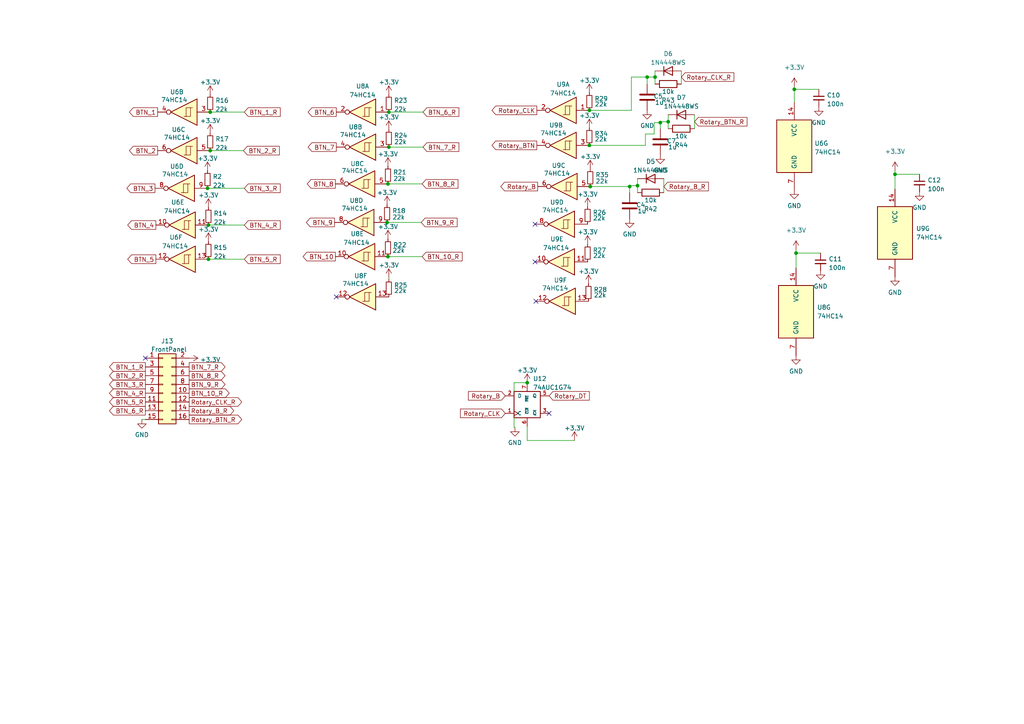
<source format=kicad_sch>
(kicad_sch (version 20211123) (generator eeschema)
  (paper "A4")
  (lib_symbols
    (symbol "74xGxx:74AUC1G74" (pin_names (offset 1.016))
      (property "Reference" "U" (at -2.54 5.08 0))
      (property "Value" "74AUC1G74" (at 5.08 -5.08 0))
      (symbol "74AUC1G74_0_1"
        (rectangle (start -3.81 3.81) (end 3.81 -3.81) (stroke (width 0.254)))
      )
      (symbol "74AUC1G74_1_1"
        (pin input clock (at -6.35 -2.54 0) (length 2.54) (name "C") (number "1"))
        (pin input line (at -6.35 2.54 0) (length 2.54) (name "D") (number "2"))
        (pin output line (at 6.35 -2.54 180) (length 2.54) (name "~{Q}") (number "3"))
        (pin power_in line (at -3.81 -3.81 270) (length 0) hide (name "GND") (number "4"))
        (pin output line (at 6.35 2.54 180) (length 2.54) (name "Q") (number "5"))
        (pin input line (at 0 -6.35 90) (length 2.54) (name "~{CLR}") (number "6"))
        (pin input line (at 0 6.35 270) (length 2.54) (name "~{PRE}") (number "7"))
        (pin power_in line (at -3.81 3.81 90) (length 0) hide (name "VCC") (number "8"))
      )
    )
    (symbol "74xx:74HC14" (pin_names (offset 1.016))
      (property "Reference" "U" (at 0 1.27 0))
      (property "Value" "74HC14" (at 0 -1.27 0))
      (symbol "74HC14_1_0"
        (polyline (pts (xy -3.81 3.81) (xy -3.81 -3.81) (xy 3.81 0) (xy -3.81 3.81)) (stroke (width 0.254)) (fill (type background)))
        (pin input line (at -7.62 0 0) (length 3.81) (name "~") (number "1"))
        (pin output inverted (at 7.62 0 180) (length 3.81) (name "~") (number "2"))
      )
      (symbol "74HC14_1_1"
        (polyline (pts (xy -1.905 -1.27) (xy -1.905 1.27) (xy -0.635 1.27)))
        (polyline (pts (xy -2.54 -1.27) (xy -0.635 -1.27) (xy -0.635 1.27) (xy 0 1.27)))
      )
      (symbol "74HC14_2_0"
        (polyline (pts (xy -3.81 3.81) (xy -3.81 -3.81) (xy 3.81 0) (xy -3.81 3.81)) (stroke (width 0.254)) (fill (type background)))
        (pin input line (at -7.62 0 0) (length 3.81) (name "~") (number "3"))
        (pin output inverted (at 7.62 0 180) (length 3.81) (name "~") (number "4"))
      )
      (symbol "74HC14_2_1"
        (polyline (pts (xy -1.905 -1.27) (xy -1.905 1.27) (xy -0.635 1.27)))
        (polyline (pts (xy -2.54 -1.27) (xy -0.635 -1.27) (xy -0.635 1.27) (xy 0 1.27)))
      )
      (symbol "74HC14_3_0"
        (polyline (pts (xy -3.81 3.81) (xy -3.81 -3.81) (xy 3.81 0) (xy -3.81 3.81)) (stroke (width 0.254)) (fill (type background)))
        (pin input line (at -7.62 0 0) (length 3.81) (name "~") (number "5"))
        (pin output inverted (at 7.62 0 180) (length 3.81) (name "~") (number "6"))
      )
      (symbol "74HC14_3_1"
        (polyline (pts (xy -1.905 -1.27) (xy -1.905 1.27) (xy -0.635 1.27)))
        (polyline (pts (xy -2.54 -1.27) (xy -0.635 -1.27) (xy -0.635 1.27) (xy 0 1.27)))
      )
      (symbol "74HC14_4_0"
        (polyline (pts (xy -3.81 3.81) (xy -3.81 -3.81) (xy 3.81 0) (xy -3.81 3.81)) (stroke (width 0.254)) (fill (type background)))
        (pin output inverted (at 7.62 0 180) (length 3.81) (name "~") (number "8"))
        (pin input line (at -7.62 0 0) (length 3.81) (name "~") (number "9"))
      )
      (symbol "74HC14_4_1"
        (polyline (pts (xy -1.905 -1.27) (xy -1.905 1.27) (xy -0.635 1.27)))
        (polyline (pts (xy -2.54 -1.27) (xy -0.635 -1.27) (xy -0.635 1.27) (xy 0 1.27)))
      )
      (symbol "74HC14_5_0"
        (polyline (pts (xy -3.81 3.81) (xy -3.81 -3.81) (xy 3.81 0) (xy -3.81 3.81)) (stroke (width 0.254)) (fill (type background)))
        (pin output inverted (at 7.62 0 180) (length 3.81) (name "~") (number "10"))
        (pin input line (at -7.62 0 0) (length 3.81) (name "~") (number "11"))
      )
      (symbol "74HC14_5_1"
        (polyline (pts (xy -1.905 -1.27) (xy -1.905 1.27) (xy -0.635 1.27)))
        (polyline (pts (xy -2.54 -1.27) (xy -0.635 -1.27) (xy -0.635 1.27) (xy 0 1.27)))
      )
      (symbol "74HC14_6_0"
        (polyline (pts (xy -3.81 3.81) (xy -3.81 -3.81) (xy 3.81 0) (xy -3.81 3.81)) (stroke (width 0.254)) (fill (type background)))
        (pin output inverted (at 7.62 0 180) (length 3.81) (name "~") (number "12"))
        (pin input line (at -7.62 0 0) (length 3.81) (name "~") (number "13"))
      )
      (symbol "74HC14_6_1"
        (polyline (pts (xy -1.905 -1.27) (xy -1.905 1.27) (xy -0.635 1.27)))
        (polyline (pts (xy -2.54 -1.27) (xy -0.635 -1.27) (xy -0.635 1.27) (xy 0 1.27)))
      )
      (symbol "74HC14_7_0"
        (pin power_in line (at 0 12.7 270) (length 5.08) (name "VCC") (number "14"))
        (pin power_in line (at 0 -12.7 90) (length 5.08) (name "GND") (number "7"))
      )
      (symbol "74HC14_7_1"
        (rectangle (start -5.08 7.62) (end 5.08 -7.62) (stroke (width 0.254)) (fill (type background)))
      )
    )
    (symbol "Connector_Generic:Conn_02x08_Odd_Even" (pin_names (offset 1.016) hide)
      (property "Reference" "J" (at 1.27 10.16 0))
      (property "Value" "Conn_02x08_Odd_Even" (at 1.27 -12.7 0))
      (symbol "Conn_02x08_Odd_Even_1_1"
        (rectangle (start -1.27 -10.033) (end 0 -10.287) (stroke (width 0.1524)))
        (rectangle (start -1.27 -7.493) (end 0 -7.747) (stroke (width 0.1524)))
        (rectangle (start -1.27 -4.953) (end 0 -5.207) (stroke (width 0.1524)))
        (rectangle (start -1.27 -2.413) (end 0 -2.667) (stroke (width 0.1524)))
        (rectangle (start -1.27 0.127) (end 0 -0.127) (stroke (width 0.1524)))
        (rectangle (start -1.27 2.667) (end 0 2.413) (stroke (width 0.1524)))
        (rectangle (start -1.27 5.207) (end 0 4.953) (stroke (width 0.1524)))
        (rectangle (start -1.27 7.747) (end 0 7.493) (stroke (width 0.1524)))
        (rectangle (start -1.27 8.89) (end 3.81 -11.43) (stroke (width 0.254)) (fill (type background)))
        (rectangle (start 3.81 -10.033) (end 2.54 -10.287) (stroke (width 0.1524)))
        (rectangle (start 3.81 -7.493) (end 2.54 -7.747) (stroke (width 0.1524)))
        (rectangle (start 3.81 -4.953) (end 2.54 -5.207) (stroke (width 0.1524)))
        (rectangle (start 3.81 -2.413) (end 2.54 -2.667) (stroke (width 0.1524)))
        (rectangle (start 3.81 0.127) (end 2.54 -0.127) (stroke (width 0.1524)))
        (rectangle (start 3.81 2.667) (end 2.54 2.413) (stroke (width 0.1524)))
        (rectangle (start 3.81 5.207) (end 2.54 4.953) (stroke (width 0.1524)))
        (rectangle (start 3.81 7.747) (end 2.54 7.493) (stroke (width 0.1524)))
        (pin passive line (at -5.08 7.62 0) (length 3.81) (name "Pin_1") (number "1"))
        (pin passive line (at 7.62 -2.54 180) (length 3.81) (name "Pin_10") (number "10"))
        (pin passive line (at -5.08 -5.08 0) (length 3.81) (name "Pin_11") (number "11"))
        (pin passive line (at 7.62 -5.08 180) (length 3.81) (name "Pin_12") (number "12"))
        (pin passive line (at -5.08 -7.62 0) (length 3.81) (name "Pin_13") (number "13"))
        (pin passive line (at 7.62 -7.62 180) (length 3.81) (name "Pin_14") (number "14"))
        (pin passive line (at -5.08 -10.16 0) (length 3.81) (name "Pin_15") (number "15"))
        (pin passive line (at 7.62 -10.16 180) (length 3.81) (name "Pin_16") (number "16"))
        (pin passive line (at 7.62 7.62 180) (length 3.81) (name "Pin_2") (number "2"))
        (pin passive line (at -5.08 5.08 0) (length 3.81) (name "Pin_3") (number "3"))
        (pin passive line (at 7.62 5.08 180) (length 3.81) (name "Pin_4") (number "4"))
        (pin passive line (at -5.08 2.54 0) (length 3.81) (name "Pin_5") (number "5"))
        (pin passive line (at 7.62 2.54 180) (length 3.81) (name "Pin_6") (number "6"))
        (pin passive line (at -5.08 0 0) (length 3.81) (name "Pin_7") (number "7"))
        (pin passive line (at 7.62 0 180) (length 3.81) (name "Pin_8") (number "8"))
        (pin passive line (at -5.08 -2.54 0) (length 3.81) (name "Pin_9") (number "9"))
      )
    )
    (symbol "Device:C" (pin_numbers hide) (pin_names (offset 0.254))
      (property "Reference" "C" (at 0.635 2.54 0))
      (property "Value" "C" (at 0.635 -2.54 0))
      (symbol "C_0_1"
        (polyline (pts (xy -2.032 -0.762) (xy 2.032 -0.762)) (stroke (width 0.508)))
        (polyline (pts (xy -2.032 0.762) (xy 2.032 0.762)) (stroke (width 0.508)))
      )
      (symbol "C_1_1"
        (pin passive line (at 0 3.81 270) (length 2.794) (name "~") (number "1"))
        (pin passive line (at 0 -3.81 90) (length 2.794) (name "~") (number "2"))
      )
    )
    (symbol "Device:C_Small" (pin_numbers hide) (pin_names (offset 0.254) hide)
      (property "Reference" "C" (at 0.254 1.778 0))
      (property "Value" "C_Small" (at 0.254 -2.032 0))
      (symbol "C_Small_0_1"
        (polyline (pts (xy -1.524 -0.508) (xy 1.524 -0.508)) (stroke (width 0.3302)))
        (polyline (pts (xy -1.524 0.508) (xy 1.524 0.508)) (stroke (width 0.3048)))
      )
      (symbol "C_Small_1_1"
        (pin passive line (at 0 2.54 270) (length 2.032) (name "~") (number "1"))
        (pin passive line (at 0 -2.54 90) (length 2.032) (name "~") (number "2"))
      )
    )
    (symbol "Device:R" (pin_numbers hide) (pin_names (offset 0))
      (property "Reference" "R" (at 2.032 0 90))
      (property "Value" "R" (at 0 0 90))
      (symbol "R_0_1"
        (rectangle (start -1.016 -2.54) (end 1.016 2.54) (stroke (width 0.254)))
      )
      (symbol "R_1_1"
        (pin passive line (at 0 3.81 270) (length 1.27) (name "~") (number "1"))
        (pin passive line (at 0 -3.81 90) (length 1.27) (name "~") (number "2"))
      )
    )
    (symbol "Device:R_Small" (pin_numbers hide) (pin_names (offset 0.254) hide)
      (property "Reference" "R" (at 0.762 0.508 0))
      (property "Value" "R_Small" (at 0.762 -1.016 0))
      (symbol "R_Small_0_1"
        (rectangle (start -0.762 1.778) (end 0.762 -1.778) (stroke (width 0.2032)))
      )
      (symbol "R_Small_1_1"
        (pin passive line (at 0 2.54 270) (length 0.762) (name "~") (number "1"))
        (pin passive line (at 0 -2.54 90) (length 0.762) (name "~") (number "2"))
      )
    )
    (symbol "Diode:1N4448WS" (pin_numbers hide) (pin_names hide)
      (property "Reference" "D" (at 0 2.54 0))
      (property "Value" "1N4448WS" (at 0 -2.54 0))
      (symbol "1N4448WS_0_1"
        (polyline (pts (xy -1.27 1.27) (xy -1.27 -1.27)) (stroke (width 0.254)))
        (polyline (pts (xy 1.27 0) (xy -1.27 0)))
        (polyline (pts (xy 1.27 1.27) (xy 1.27 -1.27) (xy -1.27 0) (xy 1.27 1.27)) (stroke (width 0.254)))
      )
      (symbol "1N4448WS_1_1"
        (pin passive line (at -3.81 0 0) (length 2.54) (name "K") (number "1"))
        (pin passive line (at 3.81 0 180) (length 2.54) (name "A") (number "2"))
      )
    )
    (symbol "power:+3.3V" (power) (pin_names (offset 0))
      (property "Value" "+3.3V" (at 0 3.556 0))
      (symbol "+3.3V_0_1"
        (polyline (pts (xy -0.762 1.27) (xy 0 2.54)))
        (polyline (pts (xy 0 0) (xy 0 2.54)))
        (polyline (pts (xy 0 2.54) (xy 0.762 1.27)))
      )
      (symbol "+3.3V_1_1"
        (pin power_in line (at 0 0 90) (length 0) hide (name "+3.3V") (number "1"))
      )
    )
    (symbol "power:GND" (power) (pin_names (offset 0))
      (property "Value" "GND" (at 0 -3.81 0))
      (symbol "GND_0_1"
        (polyline (pts (xy 0 0) (xy 0 -1.27) (xy 1.27 -1.27) (xy 0 -2.54) (xy -1.27 -1.27) (xy 0 -1.27)))
      )
      (symbol "GND_1_1"
        (pin power_in line (at 0 0 270) (length 0) hide (name "GND") (number "1"))
      )
    )
  )
  (junction (at 230.378 25.908))
  (junction (at 191.516 35.56))
  (junction (at 60.452 65.278))
  (junction (at 170.942 42.164))
  (junction (at 193.802 35.306))
  (junction (at 112.776 42.672))
  (junction (at 152.908 110.998))
  (junction (at 259.588 50.546))
  (junction (at 60.96 32.512))
  (junction (at 112.522 53.34))
  (junction (at 184.912 53.848))
  (junction (at 171.196 54.102))
  (junction (at 60.452 75.184))
  (junction (at 230.886 73.406))
  (junction (at 60.96 43.688))
  (junction (at 170.942 32.004))
  (junction (at 60.198 54.61))
  (junction (at 189.992 22.352))
  (junction (at 112.776 32.512))
  (junction (at 112.268 64.516))
  (junction (at 187.706 22.352))
  (junction (at 112.522 74.422))
  (junction (at 182.626 54.102))
  (no_connect (at 42.164 103.886))
  (no_connect (at 155.194 65.024))
  (no_connect (at 159.258 119.888))
  (no_connect (at 155.194 75.946))
  (no_connect (at 155.448 87.376))
  (no_connect (at 97.536 86.106))
  (wire (pts (xy 192.532 51.816) (xy 192.532 55.88)))
  (wire (pts (xy 70.612 43.688) (xy 60.96 43.688)))
  (wire (pts (xy 182.626 53.848) (xy 182.626 54.102)))
  (wire (pts (xy 152.908 127.762) (xy 166.624 127.762)))
  (wire (pts (xy 183.134 22.352) (xy 183.134 32.004)))
  (wire (pts (xy 149.352 123.952) (xy 149.098 123.952)))
  (wire (pts (xy 184.912 51.816) (xy 184.912 53.848)))
  (wire (pts (xy 171.196 54.102) (xy 182.626 54.102)))
  (wire (pts (xy 187.198 38.862) (xy 189.738 38.862)))
  (wire (pts (xy 189.992 22.352) (xy 189.992 24.384)))
  (wire (pts (xy 149.098 110.998) (xy 152.908 110.998)))
  (wire (pts (xy 112.776 80.518) (xy 112.776 81.026)))
  (wire (pts (xy 122.174 64.516) (xy 112.268 64.516)))
  (wire (pts (xy 191.516 35.306) (xy 191.516 35.56)))
  (wire (pts (xy 230.378 25.908) (xy 237.49 25.908)))
  (wire (pts (xy 122.428 53.34) (xy 112.522 53.34)))
  (wire (pts (xy 149.098 113.538) (xy 149.098 110.998)))
  (wire (pts (xy 41.148 121.666) (xy 42.164 121.666)))
  (wire (pts (xy 230.886 73.406) (xy 230.886 77.724)))
  (wire (pts (xy 259.588 50.546) (xy 266.7 50.546)))
  (wire (pts (xy 201.422 33.274) (xy 201.422 37.338)))
  (wire (pts (xy 259.588 50.546) (xy 259.588 54.864)))
  (wire (pts (xy 152.908 123.698) (xy 152.908 127.762)))
  (wire (pts (xy 149.098 123.952) (xy 149.098 121.158)))
  (wire (pts (xy 183.134 32.004) (xy 170.942 32.004)))
  (wire (pts (xy 191.516 35.56) (xy 191.516 37.338)))
  (wire (pts (xy 187.706 22.352) (xy 183.134 22.352)))
  (wire (pts (xy 259.588 49.53) (xy 259.588 50.546)))
  (wire (pts (xy 70.866 54.61) (xy 60.198 54.61)))
  (wire (pts (xy 187.706 22.352) (xy 189.992 22.352)))
  (wire (pts (xy 189.738 38.862) (xy 189.738 35.56)))
  (wire (pts (xy 182.626 53.848) (xy 184.912 53.848)))
  (wire (pts (xy 230.886 73.406) (xy 237.998 73.406)))
  (wire (pts (xy 182.626 54.102) (xy 182.626 55.88)))
  (wire (pts (xy 230.378 25.908) (xy 230.378 29.718)))
  (wire (pts (xy 191.516 35.306) (xy 193.802 35.306)))
  (wire (pts (xy 189.992 20.574) (xy 189.992 22.352)))
  (wire (pts (xy 197.612 20.574) (xy 197.612 24.384)))
  (wire (pts (xy 122.682 42.672) (xy 112.776 42.672)))
  (wire (pts (xy 230.378 25.146) (xy 230.378 25.908)))
  (wire (pts (xy 70.866 65.278) (xy 60.452 65.278)))
  (wire (pts (xy 230.886 72.39) (xy 230.886 73.406)))
  (wire (pts (xy 193.802 33.274) (xy 193.802 35.306)))
  (wire (pts (xy 122.428 74.422) (xy 112.522 74.422)))
  (wire (pts (xy 70.866 75.184) (xy 60.452 75.184)))
  (wire (pts (xy 170.942 42.164) (xy 187.198 42.164)))
  (wire (pts (xy 193.802 35.306) (xy 193.802 37.338)))
  (wire (pts (xy 187.198 42.164) (xy 187.198 38.862)))
  (wire (pts (xy 184.912 53.848) (xy 184.912 55.88)))
  (wire (pts (xy 189.738 35.56) (xy 191.516 35.56)))
  (wire (pts (xy 122.682 32.512) (xy 112.776 32.512)))
  (wire (pts (xy 187.706 22.352) (xy 187.706 24.384)))
  (wire (pts (xy 70.866 32.512) (xy 60.96 32.512)))
  (global_label "BTN_9_R" (shape output) (at 54.864 111.506 0) (property "Intersheet-verwijzingen" "${INTERSHEET_REFS}" (effects hide)))
  (global_label "BTN_8" (shape output) (at 97.282 53.34 180) (property "Intersheet-verwijzingen" "${INTERSHEET_REFS}" (effects hide)))
  (global_label "BTN_4_R" (shape output) (at 42.164 114.046 180) (property "Intersheet-verwijzingen" "${INTERSHEET_REFS}" (effects hide)))
  (global_label "BTN_8_R" (shape input) (at 122.428 53.34 0) (property "Intersheet-verwijzingen" "${INTERSHEET_REFS}" (effects hide)))
  (global_label "BTN_5_R" (shape input) (at 70.866 75.184 0) (property "Intersheet-verwijzingen" "${INTERSHEET_REFS}" (effects hide)))
  (global_label "Rotary_CLK" (shape input) (at 146.558 119.888 180) (property "Intersheet-verwijzingen" "${INTERSHEET_REFS}" (effects hide)))
  (global_label "BTN_8_R" (shape output) (at 54.864 108.966 0) (property "Intersheet-verwijzingen" "${INTERSHEET_REFS}" (effects hide)))
  (global_label "Rotary_B_R" (shape output) (at 54.864 119.126 0) (property "Intersheet-verwijzingen" "${INTERSHEET_REFS}" (effects hide)))
  (global_label "Rotary_BTN_R" (shape output) (at 54.864 121.666 0) (property "Intersheet-verwijzingen" "${INTERSHEET_REFS}" (effects hide)))
  (global_label "BTN_2" (shape output) (at 45.72 43.688 180) (property "Intersheet-verwijzingen" "${INTERSHEET_REFS}" (effects hide)))
  (global_label "BTN_2_R" (shape input) (at 70.612 43.688 0) (property "Intersheet-verwijzingen" "${INTERSHEET_REFS}" (effects hide)))
  (global_label "BTN_9" (shape output) (at 97.028 64.516 180) (property "Intersheet-verwijzingen" "${INTERSHEET_REFS}" (effects hide)))
  (global_label "BTN_2_R" (shape output) (at 42.164 108.966 180) (property "Intersheet-verwijzingen" "${INTERSHEET_REFS}" (effects hide)))
  (global_label "BTN_10_R" (shape input) (at 122.428 74.422 0) (property "Intersheet-verwijzingen" "${INTERSHEET_REFS}" (effects hide)))
  (global_label "BTN_10" (shape output) (at 97.282 74.422 180) (property "Intersheet-verwijzingen" "${INTERSHEET_REFS}" (effects hide)))
  (global_label "BTN_6_R" (shape output) (at 42.164 119.126 180) (property "Intersheet-verwijzingen" "${INTERSHEET_REFS}" (effects hide)))
  (global_label "BTN_7_R" (shape output) (at 54.864 106.426 0) (property "Intersheet-verwijzingen" "${INTERSHEET_REFS}" (effects hide)))
  (global_label "BTN_5_R" (shape output) (at 42.164 116.586 180) (property "Intersheet-verwijzingen" "${INTERSHEET_REFS}" (effects hide)))
  (global_label "BTN_10_R" (shape output) (at 54.864 114.046 0) (property "Intersheet-verwijzingen" "${INTERSHEET_REFS}" (effects hide)))
  (global_label "BTN_7" (shape output) (at 97.536 42.672 180) (property "Intersheet-verwijzingen" "${INTERSHEET_REFS}" (effects hide)))
  (global_label "Rotary_B_R" (shape input) (at 192.532 54.102 0) (property "Intersheet-verwijzingen" "${INTERSHEET_REFS}" (effects hide)))
  (global_label "Rotary_BTN_R" (shape input) (at 201.422 35.306 0) (property "Intersheet-verwijzingen" "${INTERSHEET_REFS}" (effects hide)))
  (global_label "Rotary_B" (shape output) (at 155.956 54.102 180) (property "Intersheet-verwijzingen" "${INTERSHEET_REFS}" (effects hide)))
  (global_label "BTN_1" (shape output) (at 45.72 32.512 180) (property "Intersheet-verwijzingen" "${INTERSHEET_REFS}" (effects hide)))
  (global_label "BTN_6" (shape output) (at 97.536 32.512 180) (property "Intersheet-verwijzingen" "${INTERSHEET_REFS}" (effects hide)))
  (global_label "BTN_3_R" (shape input) (at 70.866 54.61 0) (property "Intersheet-verwijzingen" "${INTERSHEET_REFS}" (effects hide)))
  (global_label "BTN_6_R" (shape input) (at 122.682 32.512 0) (property "Intersheet-verwijzingen" "${INTERSHEET_REFS}" (effects hide)))
  (global_label "Rotary_BTN" (shape output) (at 155.702 42.164 180) (property "Intersheet-verwijzingen" "${INTERSHEET_REFS}" (effects hide)))
  (global_label "BTN_4" (shape output) (at 45.212 65.278 180) (property "Intersheet-verwijzingen" "${INTERSHEET_REFS}" (effects hide)))
  (global_label "BTN_5" (shape output) (at 45.212 75.184 180) (property "Intersheet-verwijzingen" "${INTERSHEET_REFS}" (effects hide)))
  (global_label "BTN_7_R" (shape input) (at 122.682 42.672 0) (property "Intersheet-verwijzingen" "${INTERSHEET_REFS}" (effects hide)))
  (global_label "Rotary_B" (shape input) (at 146.558 114.808 180) (property "Intersheet-verwijzingen" "${INTERSHEET_REFS}" (effects hide)))
  (global_label "BTN_1_R" (shape output) (at 42.164 106.426 180) (property "Intersheet-verwijzingen" "${INTERSHEET_REFS}" (effects hide)))
  (global_label "BTN_9_R" (shape input) (at 122.174 64.516 0) (property "Intersheet-verwijzingen" "${INTERSHEET_REFS}" (effects hide)))
  (global_label "BTN_4_R" (shape input) (at 70.866 65.278 0) (property "Intersheet-verwijzingen" "${INTERSHEET_REFS}" (effects hide)))
  (global_label "BTN_1_R" (shape input) (at 70.866 32.512 0) (property "Intersheet-verwijzingen" "${INTERSHEET_REFS}" (effects hide)))
  (global_label "BTN_3_R" (shape output) (at 42.164 111.506 180) (property "Intersheet-verwijzingen" "${INTERSHEET_REFS}" (effects hide)))
  (global_label "Rotary_DT" (shape input) (at 159.258 114.808 0) (property "Intersheet-verwijzingen" "${INTERSHEET_REFS}" (effects hide)))
  (global_label "Rotary_CLK_R" (shape input) (at 197.612 22.352 0) (property "Intersheet-verwijzingen" "${INTERSHEET_REFS}" (effects hide)))
  (global_label "Rotary_CLK" (shape output) (at 155.702 32.004 180) (property "Intersheet-verwijzingen" "${INTERSHEET_REFS}" (effects hide)))
  (global_label "Rotary_CLK_R" (shape output) (at 54.864 116.586 0) (property "Intersheet-verwijzingen" "${INTERSHEET_REFS}" (effects hide)))
  (global_label "BTN_3" (shape output) (at 44.958 54.61 180) (property "Intersheet-verwijzingen" "${INTERSHEET_REFS}" (effects hide)))
  (symbol (lib_id "74xx:74HC14") (at 163.322 32.004 180) (unit 1)
    (property "Reference" "U9" (at 163.322 24.4942 0))
    (property "Value" "74HC14" (at 163.322 27.0311 0))
    (property "Footprint" "Package_SO:SO-14_3.9x8.65mm_P1.27mm" (effects hide))
    (property "Datasheet" "http://www.ti.com/lit/gpn/sn74HC14" (effects hide))
  )
  (symbol (lib_id "power:+3.3V") (at 54.864 103.886 270) (unit 1)
    (property "Reference" "#PWR041" (effects hide))
    (property "Value" "+3.3V" (at 58.039 104.3198 90) (effects (justify left)))
  )
  (symbol (lib_id "Device:R") (at 197.612 37.338 270) (mirror x) (unit 1)
    (property "Reference" "R44" (at 197.612 42.0538 90))
    (property "Value" "10k" (at 197.612 39.5169 90))
    (property "Footprint" "Resistor_SMD:R_0603_1608Metric_Pad0.98x0.95mm_HandSolder" (effects hide))
  )
  (symbol (lib_id "Device:R_Small") (at 60.96 41.148 0) (unit 1)
    (property "Reference" "R17" (at 62.4586 40.3133 0) (effects (justify left)))
    (property "Value" "22k" (at 62.4586 42.8502 0) (effects (justify left)))
    (property "Footprint" "Resistor_SMD:R_0603_1608Metric_Pad0.98x0.95mm_HandSolder" (effects hide))
  )
  (symbol (lib_id "power:+3.3V") (at 230.378 25.146 0) (unit 1)
    (property "Reference" "#PWR068" (effects hide))
    (property "Value" "+3.3V" (at 230.378 19.558 0))
  )
  (symbol (lib_id "power:+3.3V") (at 170.434 70.866 0) (unit 1)
    (property "Reference" "#PWR054" (effects hide))
    (property "Value" "+3.3V" (at 170.434 67.2902 0))
  )
  (symbol (lib_id "power:GND") (at 266.7 55.626 0) (unit 1)
    (property "Reference" "#PWR093" (effects hide))
    (property "Value" "GND" (at 266.7 60.198 0))
  )
  (symbol (lib_id "74xx:74HC14") (at 52.832 65.278 180) (unit 5)
    (property "Reference" "U6" (at 51.562 58.674 0))
    (property "Value" "74HC14" (at 51.308 61.214 0))
    (property "Footprint" "Package_SO:SO-14_3.9x8.65mm_P1.27mm" (effects hide))
    (property "Datasheet" "http://www.ti.com/lit/gpn/sn74HC14" (effects hide))
  )
  (symbol (lib_id "power:+3.3V") (at 152.908 110.998 0) (unit 1)
    (property "Reference" "#PWR0106" (effects hide))
    (property "Value" "+3.3V" (at 152.908 107.4222 0))
  )
  (symbol (lib_id "power:+3.3V") (at 170.434 59.944 0) (unit 1)
    (property "Reference" "#PWR053" (effects hide))
    (property "Value" "+3.3V" (at 170.434 56.3682 0))
  )
  (symbol (lib_id "Device:C") (at 182.626 59.69 0) (mirror y) (unit 1)
    (property "Reference" "C4" (at 187.198 59.436 0) (effects (justify left)))
    (property "Value" "1u" (at 187.452 61.214 0) (effects (justify left)))
    (property "Footprint" "Capacitor_SMD:C_0603_1608Metric_Pad1.08x0.95mm_HandSolder" (effects hide))
  )
  (symbol (lib_id "power:+3.3V") (at 170.688 82.296 0) (unit 1)
    (property "Reference" "#PWR055" (effects hide))
    (property "Value" "+3.3V" (at 170.688 78.7202 0))
  )
  (symbol (lib_id "74xGxx:74AUC1G74") (at 152.908 117.348 0) (unit 1)
    (property "Reference" "U12" (at 154.5781 109.8382 0) (effects (justify left)))
    (property "Value" "74AUC1G74" (at 154.5781 112.3751 0) (effects (justify left)))
    (property "Footprint" "Package_SO:VSSOP-8_2.3x2mm_P0.5mm" (effects hide))
    (property "Datasheet" "http://www.ti.com/lit/sg/scyt129e/scyt129e.pdf" (effects hide))
  )
  (symbol (lib_id "Device:R_Small") (at 112.776 83.566 0) (unit 1)
    (property "Reference" "R25" (at 114.2746 82.7313 0) (effects (justify left)))
    (property "Value" "22k" (at 114.3 84.328 0) (effects (justify left)))
    (property "Footprint" "Resistor_SMD:R_0603_1608Metric_Pad0.98x0.95mm_HandSolder" (effects hide))
  )
  (symbol (lib_id "Device:R_Small") (at 112.776 29.972 0) (unit 1)
    (property "Reference" "R23" (at 114.2746 29.1373 0) (effects (justify left)))
    (property "Value" "22k" (at 114.2746 31.6742 0) (effects (justify left)))
    (property "Footprint" "Resistor_SMD:R_0603_1608Metric_Pad0.98x0.95mm_HandSolder" (effects hide))
  )
  (symbol (lib_id "Connector_Generic:Conn_02x08_Odd_Even") (at 47.244 111.506 0) (unit 1)
    (property "Reference" "J13" (at 48.514 98.9162 0))
    (property "Value" "FrontPanel" (at 49.022 101.346 0))
    (property "Footprint" "Connector_PinHeader_2.54mm:PinHeader_2x08_P2.54mm_Vertical_SMD" (effects hide))
  )
  (symbol (lib_id "Device:R_Small") (at 60.96 29.972 0) (unit 1)
    (property "Reference" "R16" (at 62.4586 29.1373 0) (effects (justify left)))
    (property "Value" "22k" (at 62.4586 31.6742 0) (effects (justify left)))
    (property "Footprint" "Resistor_SMD:R_0603_1608Metric_Pad0.98x0.95mm_HandSolder" (effects hide))
  )
  (symbol (lib_id "74xx:74HC14") (at 105.156 86.106 180) (unit 6)
    (property "Reference" "U8" (at 104.648 80.01 0))
    (property "Value" "74HC14" (at 103.124 82.296 0))
    (property "Footprint" "Package_SO:SO-14_3.9x8.65mm_P1.27mm" (effects hide))
    (property "Datasheet" "http://www.ti.com/lit/gpn/sn74HC14" (effects hide))
  )
  (symbol (lib_id "power:+3.3V") (at 259.588 49.53 0) (unit 1)
    (property "Reference" "#PWR091" (effects hide))
    (property "Value" "+3.3V" (at 259.588 43.942 0))
  )
  (symbol (lib_id "power:+3.3V") (at 60.198 49.53 0) (unit 1)
    (property "Reference" "#PWR042" (effects hide))
    (property "Value" "+3.3V" (at 60.198 45.9542 0))
  )
  (symbol (lib_id "74xx:74HC14") (at 104.648 64.516 180) (unit 4)
    (property "Reference" "U8" (at 103.378 58.166 0))
    (property "Value" "74HC14" (at 102.87 60.452 0))
    (property "Footprint" "Package_SO:SO-14_3.9x8.65mm_P1.27mm" (effects hide))
    (property "Datasheet" "http://www.ti.com/lit/gpn/sn74HC14" (effects hide))
  )
  (symbol (lib_id "power:GND") (at 191.516 44.958 0) (mirror y) (unit 1)
    (property "Reference" "#PWR0110" (effects hide))
    (property "Value" "GND" (at 191.516 49.4014 0))
  )
  (symbol (lib_id "power:+3.3V") (at 112.522 48.26 0) (unit 1)
    (property "Reference" "#PWR048" (effects hide))
    (property "Value" "+3.3V" (at 112.522 44.6842 0))
  )
  (symbol (lib_id "74xx:74HC14") (at 52.578 54.61 180) (unit 4)
    (property "Reference" "U6" (at 51.308 48.26 0))
    (property "Value" "74HC14" (at 50.8 50.546 0))
    (property "Footprint" "Package_SO:SO-14_3.9x8.65mm_P1.27mm" (effects hide))
    (property "Datasheet" "http://www.ti.com/lit/gpn/sn74HC14" (effects hide))
  )
  (symbol (lib_id "power:GND") (at 149.352 123.952 0) (unit 1)
    (property "Reference" "#PWR0105" (effects hide))
    (property "Value" "GND" (at 149.352 128.3954 0))
  )
  (symbol (lib_id "power:+3.3V") (at 60.96 27.432 0) (unit 1)
    (property "Reference" "#PWR045" (effects hide))
    (property "Value" "+3.3V" (at 60.96 23.8562 0))
  )
  (symbol (lib_id "Diode:1N4448WS") (at 193.802 20.574 0) (mirror x) (unit 1)
    (property "Reference" "D6" (at 193.802 15.6042 0))
    (property "Value" "1N4448WS" (at 193.802 18.1411 0))
    (property "Footprint" "Diode_SMD:D_SOD-323" (effects hide))
    (property "Datasheet" "https://www.vishay.com/docs/81387/1n4448ws.pdf" (effects hide))
  )
  (symbol (lib_id "74xx:74HC14") (at 53.34 32.512 180) (unit 2)
    (property "Reference" "U6" (at 51.308 26.67 0))
    (property "Value" "74HC14" (at 50.546 28.956 0))
    (property "Footprint" "Package_SO:SO-14_3.9x8.65mm_P1.27mm" (effects hide))
    (property "Datasheet" "http://www.ti.com/lit/gpn/sn74HC14" (effects hide))
  )
  (symbol (lib_id "74xx:74HC14") (at 230.378 42.418 0) (unit 7)
    (property "Reference" "U6" (at 236.22 41.5833 0) (effects (justify left)))
    (property "Value" "74HC14" (at 236.22 44.1202 0) (effects (justify left)))
    (property "Footprint" "Package_SO:SO-14_3.9x8.65mm_P1.27mm" (effects hide))
    (property "Datasheet" "http://www.ti.com/lit/gpn/sn74HC14" (effects hide))
  )
  (symbol (lib_id "Device:R") (at 193.802 24.384 270) (mirror x) (unit 1)
    (property "Reference" "R43" (at 193.802 29.0998 90))
    (property "Value" "10k" (at 193.802 26.5629 90))
    (property "Footprint" "Resistor_SMD:R_0603_1608Metric_Pad0.98x0.95mm_HandSolder" (effects hide))
  )
  (symbol (lib_id "power:+3.3V") (at 170.942 26.924 0) (unit 1)
    (property "Reference" "#PWR056" (effects hide))
    (property "Value" "+3.3V" (at 170.942 23.3482 0))
  )
  (symbol (lib_id "power:+3.3V") (at 171.196 49.022 0) (unit 1)
    (property "Reference" "#PWR059" (effects hide))
    (property "Value" "+3.3V" (at 171.196 45.4462 0))
  )
  (symbol (lib_id "74xx:74HC14") (at 52.832 75.184 180) (unit 6)
    (property "Reference" "U6" (at 51.054 68.834 0))
    (property "Value" "74HC14" (at 50.8 71.374 0))
    (property "Footprint" "Package_SO:SO-14_3.9x8.65mm_P1.27mm" (effects hide))
    (property "Datasheet" "http://www.ti.com/lit/gpn/sn74HC14" (effects hide))
  )
  (symbol (lib_id "Device:R_Small") (at 112.522 50.8 0) (unit 1)
    (property "Reference" "R21" (at 114.0206 49.9653 0) (effects (justify left)))
    (property "Value" "22k" (at 114.046 51.816 0) (effects (justify left)))
    (property "Footprint" "Resistor_SMD:R_0603_1608Metric_Pad0.98x0.95mm_HandSolder" (effects hide))
  )
  (symbol (lib_id "Device:R_Small") (at 60.198 52.07 0) (unit 1)
    (property "Reference" "R2" (at 61.6966 51.2353 0) (effects (justify left)))
    (property "Value" "22k" (at 61.6966 53.7722 0) (effects (justify left)))
    (property "Footprint" "Resistor_SMD:R_0603_1608Metric_Pad0.98x0.95mm_HandSolder" (effects hide))
  )
  (symbol (lib_id "power:+3.3V") (at 170.942 37.084 0) (unit 1)
    (property "Reference" "#PWR057" (effects hide))
    (property "Value" "+3.3V" (at 170.942 33.5082 0))
  )
  (symbol (lib_id "74xx:74HC14") (at 230.886 90.424 0) (unit 7)
    (property "Reference" "U8" (at 236.982 89.1539 0) (effects (justify left)))
    (property "Value" "74HC14" (at 236.982 91.6939 0) (effects (justify left)))
    (property "Footprint" "Package_SO:SO-14_3.9x8.65mm_P1.27mm" (effects hide))
    (property "Datasheet" "http://www.ti.com/lit/gpn/sn74HC14" (effects hide))
  )
  (symbol (lib_id "Diode:1N4448WS") (at 197.612 33.274 0) (mirror x) (unit 1)
    (property "Reference" "D7" (at 197.612 28.3042 0))
    (property "Value" "1N4448WS" (at 197.612 30.8411 0))
    (property "Footprint" "Diode_SMD:D_SOD-323" (effects hide))
    (property "Datasheet" "https://www.vishay.com/docs/81387/1n4448ws.pdf" (effects hide))
  )
  (symbol (lib_id "Device:C_Small") (at 237.998 75.946 0) (unit 1)
    (property "Reference" "C11" (at 240.3221 75.1176 0) (effects (justify left)))
    (property "Value" "100n" (at 240.3221 77.6545 0) (effects (justify left)))
    (property "Footprint" "Capacitor_SMD:C_0603_1608Metric_Pad1.08x0.95mm_HandSolder" (effects hide))
  )
  (symbol (lib_id "power:+3.3V") (at 112.522 69.342 0) (unit 1)
    (property "Reference" "#PWR049" (effects hide))
    (property "Value" "+3.3V" (at 112.522 65.7662 0))
  )
  (symbol (lib_id "74xx:74HC14") (at 105.156 42.672 180) (unit 2)
    (property "Reference" "U8" (at 103.124 36.83 0))
    (property "Value" "74HC14" (at 102.362 39.116 0))
    (property "Footprint" "Package_SO:SO-14_3.9x8.65mm_P1.27mm" (effects hide))
    (property "Datasheet" "http://www.ti.com/lit/gpn/sn74HC14" (effects hide))
  )
  (symbol (lib_id "Device:R_Small") (at 170.942 39.624 0) (unit 1)
    (property "Reference" "R34" (at 172.4406 38.7893 0) (effects (justify left)))
    (property "Value" "22k" (at 172.466 40.386 0) (effects (justify left)))
    (property "Footprint" "Resistor_SMD:R_0603_1608Metric_Pad0.98x0.95mm_HandSolder" (effects hide))
  )
  (symbol (lib_id "Device:R_Small") (at 112.776 40.132 0) (unit 1)
    (property "Reference" "R24" (at 114.2746 39.2973 0) (effects (justify left)))
    (property "Value" "22k" (at 114.3 41.148 0) (effects (justify left)))
    (property "Footprint" "Resistor_SMD:R_0603_1608Metric_Pad0.98x0.95mm_HandSolder" (effects hide))
  )
  (symbol (lib_id "Device:C") (at 191.516 41.148 0) (mirror y) (unit 1)
    (property "Reference" "C7" (at 196.088 40.894 0) (effects (justify left)))
    (property "Value" "1u" (at 196.342 42.672 0) (effects (justify left)))
    (property "Footprint" "Capacitor_SMD:C_0603_1608Metric_Pad1.08x0.95mm_HandSolder" (effects hide))
  )
  (symbol (lib_id "Device:R_Small") (at 112.522 71.882 0) (unit 1)
    (property "Reference" "R22" (at 114.0206 71.0473 0) (effects (justify left)))
    (property "Value" "22k" (at 113.792 72.644 0) (effects (justify left)))
    (property "Footprint" "Resistor_SMD:R_0603_1608Metric_Pad0.98x0.95mm_HandSolder" (effects hide))
  )
  (symbol (lib_id "power:GND") (at 182.626 63.5 0) (mirror y) (unit 1)
    (property "Reference" "#PWR0108" (effects hide))
    (property "Value" "GND" (at 182.626 67.9434 0))
  )
  (symbol (lib_id "power:+3.3V") (at 60.96 38.608 0) (unit 1)
    (property "Reference" "#PWR046" (effects hide))
    (property "Value" "+3.3V" (at 60.96 35.0322 0))
  )
  (symbol (lib_id "Device:R_Small") (at 60.452 62.738 0) (unit 1)
    (property "Reference" "R14" (at 61.9506 61.9033 0) (effects (justify left)))
    (property "Value" "22k" (at 61.9506 64.4402 0) (effects (justify left)))
    (property "Footprint" "Resistor_SMD:R_0603_1608Metric_Pad0.98x0.95mm_HandSolder" (effects hide))
  )
  (symbol (lib_id "74xx:74HC14") (at 104.902 53.34 180) (unit 3)
    (property "Reference" "U8" (at 103.632 47.498 0))
    (property "Value" "74HC14" (at 102.87 49.53 0))
    (property "Footprint" "Package_SO:SO-14_3.9x8.65mm_P1.27mm" (effects hide))
    (property "Datasheet" "http://www.ti.com/lit/gpn/sn74HC14" (effects hide))
  )
  (symbol (lib_id "74xx:74HC14") (at 53.34 43.688 180) (unit 3)
    (property "Reference" "U6" (at 51.816 37.592 0))
    (property "Value" "74HC14" (at 51.308 39.878 0))
    (property "Footprint" "Package_SO:SO-14_3.9x8.65mm_P1.27mm" (effects hide))
    (property "Datasheet" "http://www.ti.com/lit/gpn/sn74HC14" (effects hide))
  )
  (symbol (lib_id "power:+3.3V") (at 230.886 72.39 0) (unit 1)
    (property "Reference" "#PWR070" (effects hide))
    (property "Value" "+3.3V" (at 230.886 66.802 0))
  )
  (symbol (lib_id "power:+3.3V") (at 60.452 70.104 0) (unit 1)
    (property "Reference" "#PWR044" (effects hide))
    (property "Value" "+3.3V" (at 60.452 66.5282 0))
  )
  (symbol (lib_id "74xx:74HC14") (at 105.156 32.512 180) (unit 1)
    (property "Reference" "U8" (at 105.156 25.0022 0))
    (property "Value" "74HC14" (at 105.156 27.5391 0))
    (property "Footprint" "Package_SO:SO-14_3.9x8.65mm_P1.27mm" (effects hide))
    (property "Datasheet" "http://www.ti.com/lit/gpn/sn74HC14" (effects hide))
  )
  (symbol (lib_id "Device:C_Small") (at 266.7 53.086 0) (unit 1)
    (property "Reference" "C12" (at 269.0241 52.2576 0) (effects (justify left)))
    (property "Value" "100n" (at 269.0241 54.7945 0) (effects (justify left)))
    (property "Footprint" "Capacitor_SMD:C_0603_1608Metric_Pad1.08x0.95mm_HandSolder" (effects hide))
  )
  (symbol (lib_id "74xx:74HC14") (at 162.814 75.946 180) (unit 5)
    (property "Reference" "U9" (at 161.544 69.342 0))
    (property "Value" "74HC14" (at 161.29 71.882 0))
    (property "Footprint" "Package_SO:SO-14_3.9x8.65mm_P1.27mm" (effects hide))
    (property "Datasheet" "http://www.ti.com/lit/gpn/sn74HC14" (effects hide))
  )
  (symbol (lib_id "power:GND") (at 230.886 103.124 0) (unit 1)
    (property "Reference" "#PWR071" (effects hide))
    (property "Value" "GND" (at 230.886 107.696 0))
  )
  (symbol (lib_id "Device:R_Small") (at 60.452 72.644 0) (unit 1)
    (property "Reference" "R15" (at 61.9506 71.8093 0) (effects (justify left)))
    (property "Value" "22k" (at 61.9506 74.3462 0) (effects (justify left)))
    (property "Footprint" "Resistor_SMD:R_0603_1608Metric_Pad0.98x0.95mm_HandSolder" (effects hide))
  )
  (symbol (lib_id "power:+3.3V") (at 112.776 80.518 0) (unit 1)
    (property "Reference" "#PWR052" (effects hide))
    (property "Value" "+3.3V" (at 112.776 76.9422 0))
  )
  (symbol (lib_id "Device:R") (at 188.722 55.88 270) (mirror x) (unit 1)
    (property "Reference" "R42" (at 188.722 60.5958 90))
    (property "Value" "10k" (at 188.722 58.0589 90))
    (property "Footprint" "Resistor_SMD:R_0603_1608Metric_Pad0.98x0.95mm_HandSolder" (effects hide))
  )
  (symbol (lib_id "Device:R_Small") (at 170.434 73.406 0) (unit 1)
    (property "Reference" "R27" (at 171.9326 72.5713 0) (effects (justify left)))
    (property "Value" "22k" (at 171.958 74.168 0) (effects (justify left)))
    (property "Footprint" "Resistor_SMD:R_0603_1608Metric_Pad0.98x0.95mm_HandSolder" (effects hide))
  )
  (symbol (lib_id "power:+3.3V") (at 60.452 60.198 0) (unit 1)
    (property "Reference" "#PWR043" (effects hide))
    (property "Value" "+3.3V" (at 60.452 56.6222 0))
  )
  (symbol (lib_id "74xx:74HC14") (at 163.322 42.164 180) (unit 2)
    (property "Reference" "U9" (at 161.29 36.322 0))
    (property "Value" "74HC14" (at 160.528 38.608 0))
    (property "Footprint" "Package_SO:SO-14_3.9x8.65mm_P1.27mm" (effects hide))
    (property "Datasheet" "http://www.ti.com/lit/gpn/sn74HC14" (effects hide))
  )
  (symbol (lib_id "74xx:74HC14") (at 104.902 74.422 180) (unit 5)
    (property "Reference" "U8" (at 103.632 67.818 0))
    (property "Value" "74HC14" (at 103.378 70.358 0))
    (property "Footprint" "Package_SO:SO-14_3.9x8.65mm_P1.27mm" (effects hide))
    (property "Datasheet" "http://www.ti.com/lit/gpn/sn74HC14" (effects hide))
  )
  (symbol (lib_id "Device:R_Small") (at 170.434 62.484 0) (unit 1)
    (property "Reference" "R26" (at 171.9326 61.6493 0) (effects (justify left)))
    (property "Value" "22k" (at 171.958 63.246 0) (effects (justify left)))
    (property "Footprint" "Resistor_SMD:R_0603_1608Metric_Pad0.98x0.95mm_HandSolder" (effects hide))
  )
  (symbol (lib_id "power:+3.3V") (at 166.624 127.762 0) (unit 1)
    (property "Reference" "#PWR0107" (effects hide))
    (property "Value" "+3.3V" (at 166.624 124.1862 0))
  )
  (symbol (lib_id "74xx:74HC14") (at 162.814 65.024 180) (unit 4)
    (property "Reference" "U9" (at 161.544 58.674 0))
    (property "Value" "74HC14" (at 161.036 60.96 0))
    (property "Footprint" "Package_SO:SO-14_3.9x8.65mm_P1.27mm" (effects hide))
    (property "Datasheet" "http://www.ti.com/lit/gpn/sn74HC14" (effects hide))
  )
  (symbol (lib_id "Device:R_Small") (at 112.268 61.976 0) (unit 1)
    (property "Reference" "R18" (at 113.7666 61.1413 0) (effects (justify left)))
    (property "Value" "22k" (at 113.792 62.992 0) (effects (justify left)))
    (property "Footprint" "Resistor_SMD:R_0603_1608Metric_Pad0.98x0.95mm_HandSolder" (effects hide))
  )
  (symbol (lib_id "power:+3.3V") (at 112.776 37.592 0) (unit 1)
    (property "Reference" "#PWR051" (effects hide))
    (property "Value" "+3.3V" (at 112.776 34.0162 0))
  )
  (symbol (lib_id "74xx:74HC14") (at 163.576 54.102 180) (unit 3)
    (property "Reference" "U9" (at 162.052 48.006 0))
    (property "Value" "74HC14" (at 161.544 50.292 0))
    (property "Footprint" "Package_SO:SO-14_3.9x8.65mm_P1.27mm" (effects hide))
    (property "Datasheet" "http://www.ti.com/lit/gpn/sn74HC14" (effects hide))
  )
  (symbol (lib_id "power:GND") (at 259.588 80.264 0) (unit 1)
    (property "Reference" "#PWR092" (effects hide))
    (property "Value" "GND" (at 259.588 84.836 0))
  )
  (symbol (lib_id "Diode:1N4448WS") (at 188.722 51.816 0) (mirror x) (unit 1)
    (property "Reference" "D5" (at 188.722 46.8462 0))
    (property "Value" "1N4448WS" (at 188.722 49.3831 0))
    (property "Footprint" "Diode_SMD:D_SOD-323" (effects hide))
    (property "Datasheet" "https://www.vishay.com/docs/81387/1n4448ws.pdf" (effects hide))
  )
  (symbol (lib_id "power:GND") (at 237.49 30.988 0) (unit 1)
    (property "Reference" "#PWR072" (effects hide))
    (property "Value" "GND" (at 237.49 35.56 0))
  )
  (symbol (lib_id "74xx:74HC14") (at 163.068 87.376 180) (unit 6)
    (property "Reference" "U9" (at 162.56 81.28 0))
    (property "Value" "74HC14" (at 161.036 83.566 0))
    (property "Footprint" "Package_SO:SO-14_3.9x8.65mm_P1.27mm" (effects hide))
    (property "Datasheet" "http://www.ti.com/lit/gpn/sn74HC14" (effects hide))
  )
  (symbol (lib_id "power:+3.3V") (at 112.268 59.436 0) (unit 1)
    (property "Reference" "#PWR047" (effects hide))
    (property "Value" "+3.3V" (at 112.268 55.8602 0))
  )
  (symbol (lib_id "power:GND") (at 187.706 32.004 0) (mirror y) (unit 1)
    (property "Reference" "#PWR0109" (effects hide))
    (property "Value" "GND" (at 187.706 36.4474 0))
  )
  (symbol (lib_id "Device:C_Small") (at 237.49 28.448 0) (unit 1)
    (property "Reference" "C10" (at 239.8141 27.6196 0) (effects (justify left)))
    (property "Value" "100n" (at 239.8141 30.1565 0) (effects (justify left)))
    (property "Footprint" "Capacitor_SMD:C_0603_1608Metric_Pad1.08x0.95mm_HandSolder" (effects hide))
  )
  (symbol (lib_id "power:+3.3V") (at 112.776 27.432 0) (unit 1)
    (property "Reference" "#PWR050" (effects hide))
    (property "Value" "+3.3V" (at 112.776 23.8562 0))
  )
  (symbol (lib_id "power:GND") (at 237.998 78.486 0) (unit 1)
    (property "Reference" "#PWR090" (effects hide))
    (property "Value" "GND" (at 237.998 83.058 0))
  )
  (symbol (lib_id "power:GND") (at 230.378 55.118 0) (unit 1)
    (property "Reference" "#PWR069" (effects hide))
    (property "Value" "GND" (at 230.378 59.69 0))
  )
  (symbol (lib_id "Device:R_Small") (at 170.942 29.464 0) (unit 1)
    (property "Reference" "R29" (at 172.4406 28.6293 0) (effects (justify left)))
    (property "Value" "22k" (at 172.466 30.226 0) (effects (justify left)))
    (property "Footprint" "Resistor_SMD:R_0603_1608Metric_Pad0.98x0.95mm_HandSolder" (effects hide))
  )
  (symbol (lib_id "Device:C") (at 187.706 28.194 0) (mirror y) (unit 1)
    (property "Reference" "C5" (at 192.278 27.94 0) (effects (justify left)))
    (property "Value" "1u" (at 192.532 29.718 0) (effects (justify left)))
    (property "Footprint" "Capacitor_SMD:C_0603_1608Metric_Pad1.08x0.95mm_HandSolder" (effects hide))
  )
  (symbol (lib_id "power:GND") (at 41.148 121.666 0) (unit 1)
    (property "Reference" "#PWR038" (effects hide))
    (property "Value" "GND" (at 41.148 126.1094 0))
  )
  (symbol (lib_id "Device:R_Small") (at 170.688 84.836 0) (unit 1)
    (property "Reference" "R28" (at 172.1866 84.0013 0) (effects (justify left)))
    (property "Value" "22k" (at 172.212 85.598 0) (effects (justify left)))
    (property "Footprint" "Resistor_SMD:R_0603_1608Metric_Pad0.98x0.95mm_HandSolder" (effects hide))
  )
  (symbol (lib_id "74xx:74HC14") (at 259.588 67.564 0) (unit 7)
    (property "Reference" "U9" (at 265.684 66.2939 0) (effects (justify left)))
    (property "Value" "74HC14" (at 265.684 68.8339 0) (effects (justify left)))
    (property "Footprint" "Package_SO:SO-14_3.9x8.65mm_P1.27mm" (effects hide))
    (property "Datasheet" "http://www.ti.com/lit/gpn/sn74HC14" (effects hide))
  )
  (symbol (lib_id "Device:R_Small") (at 171.196 51.562 0) (unit 1)
    (property "Reference" "R35" (at 172.6946 50.7273 0) (effects (justify left)))
    (property "Value" "22k" (at 172.72 52.578 0) (effects (justify left)))
    (property "Footprint" "Resistor_SMD:R_0603_1608Metric_Pad0.98x0.95mm_HandSolder" (effects hide))
  )
)
</source>
